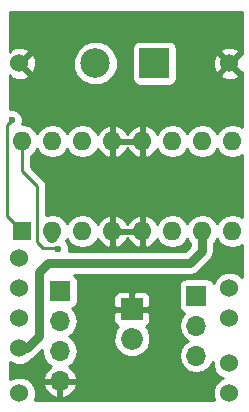
<source format=gbl>
G04 #@! TF.FileFunction,Copper,L2,Bot,Signal*
%FSLAX46Y46*%
G04 Gerber Fmt 4.6, Leading zero omitted, Abs format (unit mm)*
G04 Created by KiCad (PCBNEW 4.0.6+dfsg1-1) date Mon Feb 26 15:43:31 2018*
%MOMM*%
%LPD*%
G01*
G04 APERTURE LIST*
%ADD10C,0.100000*%
%ADD11C,1.524000*%
%ADD12R,1.700000X1.700000*%
%ADD13O,1.700000X1.700000*%
%ADD14R,2.500000X2.500000*%
%ADD15C,2.500000*%
%ADD16R,1.600000X1.600000*%
%ADD17O,1.600000X1.600000*%
%ADD18R,1.850000X1.850000*%
%ADD19C,1.850000*%
%ADD20C,0.600000*%
%ADD21C,0.250000*%
%ADD22C,0.750000*%
%ADD23C,1.000000*%
%ADD24C,0.254000*%
G04 APERTURE END LIST*
D10*
D11*
X19380200Y1346200D03*
X19380200Y3886200D03*
X19380200Y7696200D03*
X19380200Y10236200D03*
X1600200Y1346200D03*
X1600200Y29286200D03*
X19380200Y29286200D03*
X1600200Y5156200D03*
X1600200Y7696200D03*
X1600200Y10236200D03*
X1600200Y12776200D03*
D12*
X16586200Y9601200D03*
D13*
X16586200Y7061200D03*
X16586200Y4521200D03*
D14*
X13030200Y29286200D03*
D15*
X8030200Y29286200D03*
D16*
X1854200Y15062200D03*
D17*
X19634200Y22682200D03*
X4394200Y15062200D03*
X17094200Y22682200D03*
X6934200Y15062200D03*
X14554200Y22682200D03*
X9474200Y15062200D03*
X12014200Y22682200D03*
X12014200Y15062200D03*
X9474200Y22682200D03*
X14554200Y15062200D03*
X6934200Y22682200D03*
X17094200Y15062200D03*
X4394200Y22682200D03*
X19634200Y15062200D03*
X1854200Y22682200D03*
D18*
X11125200Y8458200D03*
D19*
X11125200Y5958200D03*
D12*
X5029200Y9982200D03*
D13*
X5029200Y7442200D03*
X5029200Y4902200D03*
X5029200Y2362200D03*
D20*
X12014200Y16840200D03*
X12014200Y20904200D03*
X12014200Y19888200D03*
X12014200Y18872200D03*
X12014200Y17856200D03*
X10744200Y25476200D03*
X12014200Y25476200D03*
X9474200Y25476200D03*
X9474200Y16840200D03*
X9474200Y20904200D03*
X9474200Y19888200D03*
X9474200Y18872200D03*
X9474200Y17856200D03*
X9474200Y24460200D03*
X10744200Y16840200D03*
X10744200Y20904200D03*
X10744200Y19888200D03*
X10744200Y18872200D03*
X10744200Y17856200D03*
X10744200Y24460200D03*
X12014200Y24460200D03*
X4902200Y13538200D03*
X965200Y24460200D03*
D21*
X1854200Y20142200D02*
X1854200Y22682200D01*
X3124200Y18872200D02*
X1854200Y20142200D01*
X3124200Y14173200D02*
X3124200Y18872200D01*
X3632200Y13665200D02*
X3124200Y14173200D01*
X4775200Y13665200D02*
X3632200Y13665200D01*
X4902200Y13538200D02*
X4775200Y13665200D01*
D22*
X19380200Y1346200D02*
X19253200Y1346200D01*
X4394200Y15062200D02*
X4394200Y14681200D01*
D23*
X4394200Y14554200D02*
X4394200Y15062200D01*
D22*
X1600200Y5156200D02*
X2235200Y5156200D01*
X2235200Y5156200D02*
X3251200Y6172200D01*
X3251200Y6172200D02*
X3251200Y11633200D01*
X3251200Y11633200D02*
X4013200Y12395200D01*
X4013200Y12395200D02*
X16078200Y12395200D01*
X16078200Y12395200D02*
X17094200Y13411200D01*
X17094200Y13411200D02*
X17094200Y15062200D01*
X17094200Y14427200D02*
X17094200Y15062200D01*
D21*
X584200Y16332200D02*
X1854200Y15062200D01*
X584200Y24079200D02*
X584200Y16332200D01*
X965200Y24460200D02*
X584200Y24079200D01*
D24*
G36*
X18619502Y14019389D02*
X19085049Y13708320D01*
X19634200Y13599087D01*
X20183351Y13708320D01*
X20448200Y13885287D01*
X20448200Y11143717D01*
X20172570Y11419829D01*
X19659300Y11632957D01*
X19103539Y11633442D01*
X18589897Y11421210D01*
X18196571Y11028570D01*
X18044095Y10661365D01*
X18039362Y10686517D01*
X17900290Y10902641D01*
X17688090Y11047631D01*
X17436200Y11098640D01*
X15736200Y11098640D01*
X15500883Y11054362D01*
X15284759Y10915290D01*
X15139769Y10703090D01*
X15088760Y10451200D01*
X15088760Y8751200D01*
X15133038Y8515883D01*
X15272110Y8299759D01*
X15484310Y8154769D01*
X15551741Y8141114D01*
X15507053Y8111254D01*
X15185146Y7629485D01*
X15072107Y7061200D01*
X15185146Y6492915D01*
X15507053Y6011146D01*
X15836226Y5791200D01*
X15507053Y5571254D01*
X15185146Y5089485D01*
X15072107Y4521200D01*
X15185146Y3952915D01*
X15507053Y3471146D01*
X15988822Y3149239D01*
X16557107Y3036200D01*
X16615293Y3036200D01*
X17183578Y3149239D01*
X17665347Y3471146D01*
X17983252Y3946926D01*
X17982958Y3609539D01*
X18195190Y3095897D01*
X18587830Y2702571D01*
X18795712Y2616251D01*
X18589897Y2531210D01*
X18196571Y2138570D01*
X17983443Y1625300D01*
X17982958Y1069539D01*
X18100031Y786200D01*
X2880317Y786200D01*
X2996957Y1067100D01*
X2997442Y1622861D01*
X2839418Y2005310D01*
X3587724Y2005310D01*
X3757555Y1595276D01*
X4147842Y1167017D01*
X4672308Y920714D01*
X4902200Y1041381D01*
X4902200Y2235200D01*
X5156200Y2235200D01*
X5156200Y1041381D01*
X5386092Y920714D01*
X5910558Y1167017D01*
X6300845Y1595276D01*
X6470676Y2005310D01*
X6349355Y2235200D01*
X5156200Y2235200D01*
X4902200Y2235200D01*
X3709045Y2235200D01*
X3587724Y2005310D01*
X2839418Y2005310D01*
X2785210Y2136503D01*
X2392570Y2529829D01*
X1879300Y2742957D01*
X1323539Y2743442D01*
X809897Y2531210D01*
X786200Y2507554D01*
X786200Y3994239D01*
X807830Y3972571D01*
X1321100Y3759443D01*
X1876861Y3758958D01*
X2390503Y3971190D01*
X2685598Y4265771D01*
X2949378Y4442022D01*
X3541316Y5033960D01*
X3515107Y4902200D01*
X3628146Y4333915D01*
X3950053Y3852146D01*
X4290753Y3624498D01*
X4147842Y3557383D01*
X3757555Y3129124D01*
X3587724Y2719090D01*
X3709045Y2489200D01*
X4902200Y2489200D01*
X4902200Y2509200D01*
X5156200Y2509200D01*
X5156200Y2489200D01*
X6349355Y2489200D01*
X6470676Y2719090D01*
X6300845Y3129124D01*
X5910558Y3557383D01*
X5767647Y3624498D01*
X6108347Y3852146D01*
X6430254Y4333915D01*
X6543293Y4902200D01*
X6430254Y5470485D01*
X6310802Y5649258D01*
X9564930Y5649258D01*
X9801925Y5075686D01*
X10240377Y4636468D01*
X10813536Y4398472D01*
X11434142Y4397930D01*
X12007714Y4634925D01*
X12446932Y5073377D01*
X12684928Y5646536D01*
X12685470Y6267142D01*
X12448475Y6840714D01*
X12328318Y6961081D01*
X12409899Y6994873D01*
X12588527Y7173502D01*
X12685200Y7406891D01*
X12685200Y8172450D01*
X12526450Y8331200D01*
X11252200Y8331200D01*
X11252200Y8311200D01*
X10998200Y8311200D01*
X10998200Y8331200D01*
X9723950Y8331200D01*
X9565200Y8172450D01*
X9565200Y7406891D01*
X9661873Y7173502D01*
X9840501Y6994873D01*
X9921835Y6961183D01*
X9803468Y6843023D01*
X9565472Y6269864D01*
X9564930Y5649258D01*
X6310802Y5649258D01*
X6108347Y5952254D01*
X5779174Y6172200D01*
X6108347Y6392146D01*
X6430254Y6873915D01*
X6543293Y7442200D01*
X6430254Y8010485D01*
X6108347Y8492254D01*
X6066748Y8520050D01*
X6114517Y8529038D01*
X6330641Y8668110D01*
X6475631Y8880310D01*
X6526640Y9132200D01*
X6526640Y9509509D01*
X9565200Y9509509D01*
X9565200Y8743950D01*
X9723950Y8585200D01*
X10998200Y8585200D01*
X10998200Y9859450D01*
X11252200Y9859450D01*
X11252200Y8585200D01*
X12526450Y8585200D01*
X12685200Y8743950D01*
X12685200Y9509509D01*
X12588527Y9742898D01*
X12409899Y9921527D01*
X12176510Y10018200D01*
X11410950Y10018200D01*
X11252200Y9859450D01*
X10998200Y9859450D01*
X10839450Y10018200D01*
X10073890Y10018200D01*
X9840501Y9921527D01*
X9661873Y9742898D01*
X9565200Y9509509D01*
X6526640Y9509509D01*
X6526640Y10832200D01*
X6482362Y11067517D01*
X6343290Y11283641D01*
X6194653Y11385200D01*
X16078200Y11385200D01*
X16464710Y11462082D01*
X16792378Y11681022D01*
X17808378Y12697022D01*
X18027318Y13024690D01*
X18104200Y13411200D01*
X18104200Y14016250D01*
X18108898Y14019389D01*
X18364200Y14401475D01*
X18619502Y14019389D01*
X18619502Y14019389D01*
G37*
X18619502Y14019389D02*
X19085049Y13708320D01*
X19634200Y13599087D01*
X20183351Y13708320D01*
X20448200Y13885287D01*
X20448200Y11143717D01*
X20172570Y11419829D01*
X19659300Y11632957D01*
X19103539Y11633442D01*
X18589897Y11421210D01*
X18196571Y11028570D01*
X18044095Y10661365D01*
X18039362Y10686517D01*
X17900290Y10902641D01*
X17688090Y11047631D01*
X17436200Y11098640D01*
X15736200Y11098640D01*
X15500883Y11054362D01*
X15284759Y10915290D01*
X15139769Y10703090D01*
X15088760Y10451200D01*
X15088760Y8751200D01*
X15133038Y8515883D01*
X15272110Y8299759D01*
X15484310Y8154769D01*
X15551741Y8141114D01*
X15507053Y8111254D01*
X15185146Y7629485D01*
X15072107Y7061200D01*
X15185146Y6492915D01*
X15507053Y6011146D01*
X15836226Y5791200D01*
X15507053Y5571254D01*
X15185146Y5089485D01*
X15072107Y4521200D01*
X15185146Y3952915D01*
X15507053Y3471146D01*
X15988822Y3149239D01*
X16557107Y3036200D01*
X16615293Y3036200D01*
X17183578Y3149239D01*
X17665347Y3471146D01*
X17983252Y3946926D01*
X17982958Y3609539D01*
X18195190Y3095897D01*
X18587830Y2702571D01*
X18795712Y2616251D01*
X18589897Y2531210D01*
X18196571Y2138570D01*
X17983443Y1625300D01*
X17982958Y1069539D01*
X18100031Y786200D01*
X2880317Y786200D01*
X2996957Y1067100D01*
X2997442Y1622861D01*
X2839418Y2005310D01*
X3587724Y2005310D01*
X3757555Y1595276D01*
X4147842Y1167017D01*
X4672308Y920714D01*
X4902200Y1041381D01*
X4902200Y2235200D01*
X5156200Y2235200D01*
X5156200Y1041381D01*
X5386092Y920714D01*
X5910558Y1167017D01*
X6300845Y1595276D01*
X6470676Y2005310D01*
X6349355Y2235200D01*
X5156200Y2235200D01*
X4902200Y2235200D01*
X3709045Y2235200D01*
X3587724Y2005310D01*
X2839418Y2005310D01*
X2785210Y2136503D01*
X2392570Y2529829D01*
X1879300Y2742957D01*
X1323539Y2743442D01*
X809897Y2531210D01*
X786200Y2507554D01*
X786200Y3994239D01*
X807830Y3972571D01*
X1321100Y3759443D01*
X1876861Y3758958D01*
X2390503Y3971190D01*
X2685598Y4265771D01*
X2949378Y4442022D01*
X3541316Y5033960D01*
X3515107Y4902200D01*
X3628146Y4333915D01*
X3950053Y3852146D01*
X4290753Y3624498D01*
X4147842Y3557383D01*
X3757555Y3129124D01*
X3587724Y2719090D01*
X3709045Y2489200D01*
X4902200Y2489200D01*
X4902200Y2509200D01*
X5156200Y2509200D01*
X5156200Y2489200D01*
X6349355Y2489200D01*
X6470676Y2719090D01*
X6300845Y3129124D01*
X5910558Y3557383D01*
X5767647Y3624498D01*
X6108347Y3852146D01*
X6430254Y4333915D01*
X6543293Y4902200D01*
X6430254Y5470485D01*
X6310802Y5649258D01*
X9564930Y5649258D01*
X9801925Y5075686D01*
X10240377Y4636468D01*
X10813536Y4398472D01*
X11434142Y4397930D01*
X12007714Y4634925D01*
X12446932Y5073377D01*
X12684928Y5646536D01*
X12685470Y6267142D01*
X12448475Y6840714D01*
X12328318Y6961081D01*
X12409899Y6994873D01*
X12588527Y7173502D01*
X12685200Y7406891D01*
X12685200Y8172450D01*
X12526450Y8331200D01*
X11252200Y8331200D01*
X11252200Y8311200D01*
X10998200Y8311200D01*
X10998200Y8331200D01*
X9723950Y8331200D01*
X9565200Y8172450D01*
X9565200Y7406891D01*
X9661873Y7173502D01*
X9840501Y6994873D01*
X9921835Y6961183D01*
X9803468Y6843023D01*
X9565472Y6269864D01*
X9564930Y5649258D01*
X6310802Y5649258D01*
X6108347Y5952254D01*
X5779174Y6172200D01*
X6108347Y6392146D01*
X6430254Y6873915D01*
X6543293Y7442200D01*
X6430254Y8010485D01*
X6108347Y8492254D01*
X6066748Y8520050D01*
X6114517Y8529038D01*
X6330641Y8668110D01*
X6475631Y8880310D01*
X6526640Y9132200D01*
X6526640Y9509509D01*
X9565200Y9509509D01*
X9565200Y8743950D01*
X9723950Y8585200D01*
X10998200Y8585200D01*
X10998200Y9859450D01*
X11252200Y9859450D01*
X11252200Y8585200D01*
X12526450Y8585200D01*
X12685200Y8743950D01*
X12685200Y9509509D01*
X12588527Y9742898D01*
X12409899Y9921527D01*
X12176510Y10018200D01*
X11410950Y10018200D01*
X11252200Y9859450D01*
X10998200Y9859450D01*
X10839450Y10018200D01*
X10073890Y10018200D01*
X9840501Y9921527D01*
X9661873Y9742898D01*
X9565200Y9509509D01*
X6526640Y9509509D01*
X6526640Y10832200D01*
X6482362Y11067517D01*
X6343290Y11283641D01*
X6194653Y11385200D01*
X16078200Y11385200D01*
X16464710Y11462082D01*
X16792378Y11681022D01*
X17808378Y12697022D01*
X18027318Y13024690D01*
X18104200Y13411200D01*
X18104200Y14016250D01*
X18108898Y14019389D01*
X18364200Y14401475D01*
X18619502Y14019389D01*
G36*
X20448200Y30061628D02*
X20360413Y30086808D01*
X19559805Y29286200D01*
X20360413Y28485592D01*
X20448200Y28510772D01*
X20448200Y23859113D01*
X20183351Y24036080D01*
X19634200Y24145313D01*
X19085049Y24036080D01*
X18619502Y23725011D01*
X18364200Y23342925D01*
X18108898Y23725011D01*
X17643351Y24036080D01*
X17094200Y24145313D01*
X16545049Y24036080D01*
X16079502Y23725011D01*
X15824200Y23342925D01*
X15568898Y23725011D01*
X15103351Y24036080D01*
X14554200Y24145313D01*
X14005049Y24036080D01*
X13539502Y23725011D01*
X13269214Y23320497D01*
X13166589Y23537334D01*
X12751623Y23913241D01*
X12363239Y24074104D01*
X12141200Y23952115D01*
X12141200Y22809200D01*
X12161200Y22809200D01*
X12161200Y22555200D01*
X12141200Y22555200D01*
X12141200Y21412285D01*
X12363239Y21290296D01*
X12751623Y21451159D01*
X13166589Y21827066D01*
X13269214Y22043903D01*
X13539502Y21639389D01*
X14005049Y21328320D01*
X14554200Y21219087D01*
X15103351Y21328320D01*
X15568898Y21639389D01*
X15824200Y22021475D01*
X16079502Y21639389D01*
X16545049Y21328320D01*
X17094200Y21219087D01*
X17643351Y21328320D01*
X18108898Y21639389D01*
X18364200Y22021475D01*
X18619502Y21639389D01*
X19085049Y21328320D01*
X19634200Y21219087D01*
X20183351Y21328320D01*
X20448200Y21505287D01*
X20448200Y16239113D01*
X20183351Y16416080D01*
X19634200Y16525313D01*
X19085049Y16416080D01*
X18619502Y16105011D01*
X18364200Y15722925D01*
X18108898Y16105011D01*
X17643351Y16416080D01*
X17094200Y16525313D01*
X16545049Y16416080D01*
X16079502Y16105011D01*
X15824200Y15722925D01*
X15568898Y16105011D01*
X15103351Y16416080D01*
X14554200Y16525313D01*
X14005049Y16416080D01*
X13539502Y16105011D01*
X13269214Y15700497D01*
X13166589Y15917334D01*
X12751623Y16293241D01*
X12363239Y16454104D01*
X12141200Y16332115D01*
X12141200Y15189200D01*
X12161200Y15189200D01*
X12161200Y14935200D01*
X12141200Y14935200D01*
X12141200Y13792285D01*
X12363239Y13670296D01*
X12751623Y13831159D01*
X13166589Y14207066D01*
X13269214Y14423903D01*
X13539502Y14019389D01*
X14005049Y13708320D01*
X14554200Y13599087D01*
X15103351Y13708320D01*
X15568898Y14019389D01*
X15824200Y14401475D01*
X16079502Y14019389D01*
X16084200Y14016250D01*
X16084200Y13829556D01*
X15659844Y13405200D01*
X5837085Y13405200D01*
X5837362Y13723367D01*
X5695317Y14067143D01*
X5542856Y14219871D01*
X5664200Y14401475D01*
X5919502Y14019389D01*
X6385049Y13708320D01*
X6934200Y13599087D01*
X7483351Y13708320D01*
X7948898Y14019389D01*
X8219186Y14423903D01*
X8321811Y14207066D01*
X8736777Y13831159D01*
X9125161Y13670296D01*
X9347200Y13792285D01*
X9347200Y14935200D01*
X9601200Y14935200D01*
X9601200Y13792285D01*
X9823239Y13670296D01*
X10211623Y13831159D01*
X10626589Y14207066D01*
X10744200Y14455567D01*
X10861811Y14207066D01*
X11276777Y13831159D01*
X11665161Y13670296D01*
X11887200Y13792285D01*
X11887200Y14935200D01*
X9601200Y14935200D01*
X9347200Y14935200D01*
X9327200Y14935200D01*
X9327200Y15189200D01*
X9347200Y15189200D01*
X9347200Y16332115D01*
X9601200Y16332115D01*
X9601200Y15189200D01*
X11887200Y15189200D01*
X11887200Y16332115D01*
X11665161Y16454104D01*
X11276777Y16293241D01*
X10861811Y15917334D01*
X10744200Y15668833D01*
X10626589Y15917334D01*
X10211623Y16293241D01*
X9823239Y16454104D01*
X9601200Y16332115D01*
X9347200Y16332115D01*
X9125161Y16454104D01*
X8736777Y16293241D01*
X8321811Y15917334D01*
X8219186Y15700497D01*
X7948898Y16105011D01*
X7483351Y16416080D01*
X6934200Y16525313D01*
X6385049Y16416080D01*
X5919502Y16105011D01*
X5664200Y15722925D01*
X5408898Y16105011D01*
X4943351Y16416080D01*
X4394200Y16525313D01*
X3884200Y16423868D01*
X3884200Y18872200D01*
X3826348Y19163039D01*
X3826348Y19163040D01*
X3661601Y19409601D01*
X2614200Y20457002D01*
X2614200Y21469205D01*
X2868898Y21639389D01*
X3124200Y22021475D01*
X3379502Y21639389D01*
X3845049Y21328320D01*
X4394200Y21219087D01*
X4943351Y21328320D01*
X5408898Y21639389D01*
X5664200Y22021475D01*
X5919502Y21639389D01*
X6385049Y21328320D01*
X6934200Y21219087D01*
X7483351Y21328320D01*
X7948898Y21639389D01*
X8219186Y22043903D01*
X8321811Y21827066D01*
X8736777Y21451159D01*
X9125161Y21290296D01*
X9347200Y21412285D01*
X9347200Y22555200D01*
X9601200Y22555200D01*
X9601200Y21412285D01*
X9823239Y21290296D01*
X10211623Y21451159D01*
X10626589Y21827066D01*
X10744200Y22075567D01*
X10861811Y21827066D01*
X11276777Y21451159D01*
X11665161Y21290296D01*
X11887200Y21412285D01*
X11887200Y22555200D01*
X9601200Y22555200D01*
X9347200Y22555200D01*
X9327200Y22555200D01*
X9327200Y22809200D01*
X9347200Y22809200D01*
X9347200Y23952115D01*
X9601200Y23952115D01*
X9601200Y22809200D01*
X11887200Y22809200D01*
X11887200Y23952115D01*
X11665161Y24074104D01*
X11276777Y23913241D01*
X10861811Y23537334D01*
X10744200Y23288833D01*
X10626589Y23537334D01*
X10211623Y23913241D01*
X9823239Y24074104D01*
X9601200Y23952115D01*
X9347200Y23952115D01*
X9125161Y24074104D01*
X8736777Y23913241D01*
X8321811Y23537334D01*
X8219186Y23320497D01*
X7948898Y23725011D01*
X7483351Y24036080D01*
X6934200Y24145313D01*
X6385049Y24036080D01*
X5919502Y23725011D01*
X5664200Y23342925D01*
X5408898Y23725011D01*
X4943351Y24036080D01*
X4394200Y24145313D01*
X3845049Y24036080D01*
X3379502Y23725011D01*
X3124200Y23342925D01*
X2868898Y23725011D01*
X2403351Y24036080D01*
X1854200Y24145313D01*
X1846189Y24143720D01*
X1900038Y24273401D01*
X1900362Y24645367D01*
X1758317Y24989143D01*
X1495527Y25252392D01*
X1151999Y25395038D01*
X786200Y25395357D01*
X786200Y28292592D01*
X799593Y28305985D01*
X869057Y28063803D01*
X1392502Y27877056D01*
X1947568Y27904838D01*
X2331343Y28063803D01*
X2400808Y28305987D01*
X1600200Y29106595D01*
X1586058Y29092452D01*
X1406453Y29272057D01*
X1420595Y29286200D01*
X1779805Y29286200D01*
X2580413Y28485592D01*
X2822597Y28555057D01*
X2950261Y28912895D01*
X6144874Y28912895D01*
X6431243Y28219828D01*
X6961039Y27689107D01*
X7653605Y27401528D01*
X8403505Y27400874D01*
X9096572Y27687243D01*
X9627293Y28217039D01*
X9914872Y28909605D01*
X9915526Y29659505D01*
X9629157Y30352572D01*
X9445850Y30536200D01*
X11132760Y30536200D01*
X11132760Y28036200D01*
X11177038Y27800883D01*
X11316110Y27584759D01*
X11528310Y27439769D01*
X11780200Y27388760D01*
X14280200Y27388760D01*
X14515517Y27433038D01*
X14731641Y27572110D01*
X14876631Y27784310D01*
X14927640Y28036200D01*
X14927640Y28305987D01*
X18579592Y28305987D01*
X18649057Y28063803D01*
X19172502Y27877056D01*
X19727568Y27904838D01*
X20111343Y28063803D01*
X20180808Y28305987D01*
X19380200Y29106595D01*
X18579592Y28305987D01*
X14927640Y28305987D01*
X14927640Y29493898D01*
X17971056Y29493898D01*
X17998838Y28938832D01*
X18157803Y28555057D01*
X18399987Y28485592D01*
X19200595Y29286200D01*
X18399987Y30086808D01*
X18157803Y30017343D01*
X17971056Y29493898D01*
X14927640Y29493898D01*
X14927640Y30266413D01*
X18579592Y30266413D01*
X19380200Y29465805D01*
X20180808Y30266413D01*
X20111343Y30508597D01*
X19587898Y30695344D01*
X19032832Y30667562D01*
X18649057Y30508597D01*
X18579592Y30266413D01*
X14927640Y30266413D01*
X14927640Y30536200D01*
X14883362Y30771517D01*
X14744290Y30987641D01*
X14532090Y31132631D01*
X14280200Y31183640D01*
X11780200Y31183640D01*
X11544883Y31139362D01*
X11328759Y31000290D01*
X11183769Y30788090D01*
X11132760Y30536200D01*
X9445850Y30536200D01*
X9099361Y30883293D01*
X8406795Y31170872D01*
X7656895Y31171526D01*
X6963828Y30885157D01*
X6433107Y30355361D01*
X6145528Y29662795D01*
X6144874Y28912895D01*
X2950261Y28912895D01*
X3009344Y29078502D01*
X2981562Y29633568D01*
X2822597Y30017343D01*
X2580413Y30086808D01*
X1779805Y29286200D01*
X1420595Y29286200D01*
X1406453Y29300342D01*
X1586058Y29479947D01*
X1600200Y29465805D01*
X2400808Y30266413D01*
X2331343Y30508597D01*
X1807898Y30695344D01*
X1252832Y30667562D01*
X869057Y30508597D01*
X799593Y30266415D01*
X786200Y30279808D01*
X786200Y33656200D01*
X20448200Y33656200D01*
X20448200Y30061628D01*
X20448200Y30061628D01*
G37*
X20448200Y30061628D02*
X20360413Y30086808D01*
X19559805Y29286200D01*
X20360413Y28485592D01*
X20448200Y28510772D01*
X20448200Y23859113D01*
X20183351Y24036080D01*
X19634200Y24145313D01*
X19085049Y24036080D01*
X18619502Y23725011D01*
X18364200Y23342925D01*
X18108898Y23725011D01*
X17643351Y24036080D01*
X17094200Y24145313D01*
X16545049Y24036080D01*
X16079502Y23725011D01*
X15824200Y23342925D01*
X15568898Y23725011D01*
X15103351Y24036080D01*
X14554200Y24145313D01*
X14005049Y24036080D01*
X13539502Y23725011D01*
X13269214Y23320497D01*
X13166589Y23537334D01*
X12751623Y23913241D01*
X12363239Y24074104D01*
X12141200Y23952115D01*
X12141200Y22809200D01*
X12161200Y22809200D01*
X12161200Y22555200D01*
X12141200Y22555200D01*
X12141200Y21412285D01*
X12363239Y21290296D01*
X12751623Y21451159D01*
X13166589Y21827066D01*
X13269214Y22043903D01*
X13539502Y21639389D01*
X14005049Y21328320D01*
X14554200Y21219087D01*
X15103351Y21328320D01*
X15568898Y21639389D01*
X15824200Y22021475D01*
X16079502Y21639389D01*
X16545049Y21328320D01*
X17094200Y21219087D01*
X17643351Y21328320D01*
X18108898Y21639389D01*
X18364200Y22021475D01*
X18619502Y21639389D01*
X19085049Y21328320D01*
X19634200Y21219087D01*
X20183351Y21328320D01*
X20448200Y21505287D01*
X20448200Y16239113D01*
X20183351Y16416080D01*
X19634200Y16525313D01*
X19085049Y16416080D01*
X18619502Y16105011D01*
X18364200Y15722925D01*
X18108898Y16105011D01*
X17643351Y16416080D01*
X17094200Y16525313D01*
X16545049Y16416080D01*
X16079502Y16105011D01*
X15824200Y15722925D01*
X15568898Y16105011D01*
X15103351Y16416080D01*
X14554200Y16525313D01*
X14005049Y16416080D01*
X13539502Y16105011D01*
X13269214Y15700497D01*
X13166589Y15917334D01*
X12751623Y16293241D01*
X12363239Y16454104D01*
X12141200Y16332115D01*
X12141200Y15189200D01*
X12161200Y15189200D01*
X12161200Y14935200D01*
X12141200Y14935200D01*
X12141200Y13792285D01*
X12363239Y13670296D01*
X12751623Y13831159D01*
X13166589Y14207066D01*
X13269214Y14423903D01*
X13539502Y14019389D01*
X14005049Y13708320D01*
X14554200Y13599087D01*
X15103351Y13708320D01*
X15568898Y14019389D01*
X15824200Y14401475D01*
X16079502Y14019389D01*
X16084200Y14016250D01*
X16084200Y13829556D01*
X15659844Y13405200D01*
X5837085Y13405200D01*
X5837362Y13723367D01*
X5695317Y14067143D01*
X5542856Y14219871D01*
X5664200Y14401475D01*
X5919502Y14019389D01*
X6385049Y13708320D01*
X6934200Y13599087D01*
X7483351Y13708320D01*
X7948898Y14019389D01*
X8219186Y14423903D01*
X8321811Y14207066D01*
X8736777Y13831159D01*
X9125161Y13670296D01*
X9347200Y13792285D01*
X9347200Y14935200D01*
X9601200Y14935200D01*
X9601200Y13792285D01*
X9823239Y13670296D01*
X10211623Y13831159D01*
X10626589Y14207066D01*
X10744200Y14455567D01*
X10861811Y14207066D01*
X11276777Y13831159D01*
X11665161Y13670296D01*
X11887200Y13792285D01*
X11887200Y14935200D01*
X9601200Y14935200D01*
X9347200Y14935200D01*
X9327200Y14935200D01*
X9327200Y15189200D01*
X9347200Y15189200D01*
X9347200Y16332115D01*
X9601200Y16332115D01*
X9601200Y15189200D01*
X11887200Y15189200D01*
X11887200Y16332115D01*
X11665161Y16454104D01*
X11276777Y16293241D01*
X10861811Y15917334D01*
X10744200Y15668833D01*
X10626589Y15917334D01*
X10211623Y16293241D01*
X9823239Y16454104D01*
X9601200Y16332115D01*
X9347200Y16332115D01*
X9125161Y16454104D01*
X8736777Y16293241D01*
X8321811Y15917334D01*
X8219186Y15700497D01*
X7948898Y16105011D01*
X7483351Y16416080D01*
X6934200Y16525313D01*
X6385049Y16416080D01*
X5919502Y16105011D01*
X5664200Y15722925D01*
X5408898Y16105011D01*
X4943351Y16416080D01*
X4394200Y16525313D01*
X3884200Y16423868D01*
X3884200Y18872200D01*
X3826348Y19163039D01*
X3826348Y19163040D01*
X3661601Y19409601D01*
X2614200Y20457002D01*
X2614200Y21469205D01*
X2868898Y21639389D01*
X3124200Y22021475D01*
X3379502Y21639389D01*
X3845049Y21328320D01*
X4394200Y21219087D01*
X4943351Y21328320D01*
X5408898Y21639389D01*
X5664200Y22021475D01*
X5919502Y21639389D01*
X6385049Y21328320D01*
X6934200Y21219087D01*
X7483351Y21328320D01*
X7948898Y21639389D01*
X8219186Y22043903D01*
X8321811Y21827066D01*
X8736777Y21451159D01*
X9125161Y21290296D01*
X9347200Y21412285D01*
X9347200Y22555200D01*
X9601200Y22555200D01*
X9601200Y21412285D01*
X9823239Y21290296D01*
X10211623Y21451159D01*
X10626589Y21827066D01*
X10744200Y22075567D01*
X10861811Y21827066D01*
X11276777Y21451159D01*
X11665161Y21290296D01*
X11887200Y21412285D01*
X11887200Y22555200D01*
X9601200Y22555200D01*
X9347200Y22555200D01*
X9327200Y22555200D01*
X9327200Y22809200D01*
X9347200Y22809200D01*
X9347200Y23952115D01*
X9601200Y23952115D01*
X9601200Y22809200D01*
X11887200Y22809200D01*
X11887200Y23952115D01*
X11665161Y24074104D01*
X11276777Y23913241D01*
X10861811Y23537334D01*
X10744200Y23288833D01*
X10626589Y23537334D01*
X10211623Y23913241D01*
X9823239Y24074104D01*
X9601200Y23952115D01*
X9347200Y23952115D01*
X9125161Y24074104D01*
X8736777Y23913241D01*
X8321811Y23537334D01*
X8219186Y23320497D01*
X7948898Y23725011D01*
X7483351Y24036080D01*
X6934200Y24145313D01*
X6385049Y24036080D01*
X5919502Y23725011D01*
X5664200Y23342925D01*
X5408898Y23725011D01*
X4943351Y24036080D01*
X4394200Y24145313D01*
X3845049Y24036080D01*
X3379502Y23725011D01*
X3124200Y23342925D01*
X2868898Y23725011D01*
X2403351Y24036080D01*
X1854200Y24145313D01*
X1846189Y24143720D01*
X1900038Y24273401D01*
X1900362Y24645367D01*
X1758317Y24989143D01*
X1495527Y25252392D01*
X1151999Y25395038D01*
X786200Y25395357D01*
X786200Y28292592D01*
X799593Y28305985D01*
X869057Y28063803D01*
X1392502Y27877056D01*
X1947568Y27904838D01*
X2331343Y28063803D01*
X2400808Y28305987D01*
X1600200Y29106595D01*
X1586058Y29092452D01*
X1406453Y29272057D01*
X1420595Y29286200D01*
X1779805Y29286200D01*
X2580413Y28485592D01*
X2822597Y28555057D01*
X2950261Y28912895D01*
X6144874Y28912895D01*
X6431243Y28219828D01*
X6961039Y27689107D01*
X7653605Y27401528D01*
X8403505Y27400874D01*
X9096572Y27687243D01*
X9627293Y28217039D01*
X9914872Y28909605D01*
X9915526Y29659505D01*
X9629157Y30352572D01*
X9445850Y30536200D01*
X11132760Y30536200D01*
X11132760Y28036200D01*
X11177038Y27800883D01*
X11316110Y27584759D01*
X11528310Y27439769D01*
X11780200Y27388760D01*
X14280200Y27388760D01*
X14515517Y27433038D01*
X14731641Y27572110D01*
X14876631Y27784310D01*
X14927640Y28036200D01*
X14927640Y28305987D01*
X18579592Y28305987D01*
X18649057Y28063803D01*
X19172502Y27877056D01*
X19727568Y27904838D01*
X20111343Y28063803D01*
X20180808Y28305987D01*
X19380200Y29106595D01*
X18579592Y28305987D01*
X14927640Y28305987D01*
X14927640Y29493898D01*
X17971056Y29493898D01*
X17998838Y28938832D01*
X18157803Y28555057D01*
X18399987Y28485592D01*
X19200595Y29286200D01*
X18399987Y30086808D01*
X18157803Y30017343D01*
X17971056Y29493898D01*
X14927640Y29493898D01*
X14927640Y30266413D01*
X18579592Y30266413D01*
X19380200Y29465805D01*
X20180808Y30266413D01*
X20111343Y30508597D01*
X19587898Y30695344D01*
X19032832Y30667562D01*
X18649057Y30508597D01*
X18579592Y30266413D01*
X14927640Y30266413D01*
X14927640Y30536200D01*
X14883362Y30771517D01*
X14744290Y30987641D01*
X14532090Y31132631D01*
X14280200Y31183640D01*
X11780200Y31183640D01*
X11544883Y31139362D01*
X11328759Y31000290D01*
X11183769Y30788090D01*
X11132760Y30536200D01*
X9445850Y30536200D01*
X9099361Y30883293D01*
X8406795Y31170872D01*
X7656895Y31171526D01*
X6963828Y30885157D01*
X6433107Y30355361D01*
X6145528Y29662795D01*
X6144874Y28912895D01*
X2950261Y28912895D01*
X3009344Y29078502D01*
X2981562Y29633568D01*
X2822597Y30017343D01*
X2580413Y30086808D01*
X1779805Y29286200D01*
X1420595Y29286200D01*
X1406453Y29300342D01*
X1586058Y29479947D01*
X1600200Y29465805D01*
X2400808Y30266413D01*
X2331343Y30508597D01*
X1807898Y30695344D01*
X1252832Y30667562D01*
X869057Y30508597D01*
X799593Y30266415D01*
X786200Y30279808D01*
X786200Y33656200D01*
X20448200Y33656200D01*
X20448200Y30061628D01*
M02*

</source>
